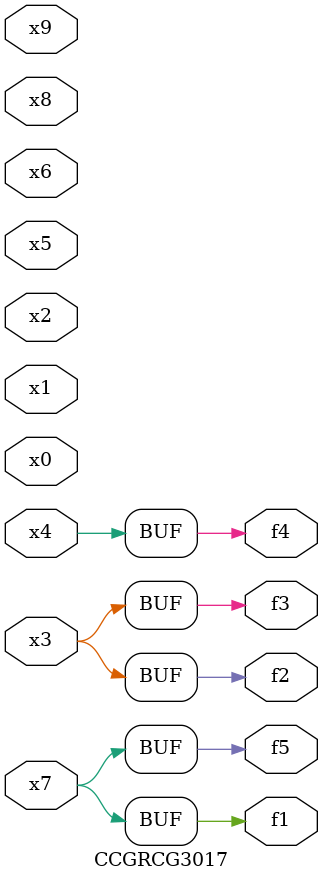
<source format=v>
module CCGRCG3017(
	input x0, x1, x2, x3, x4, x5, x6, x7, x8, x9,
	output f1, f2, f3, f4, f5
);
	assign f1 = x7;
	assign f2 = x3;
	assign f3 = x3;
	assign f4 = x4;
	assign f5 = x7;
endmodule

</source>
